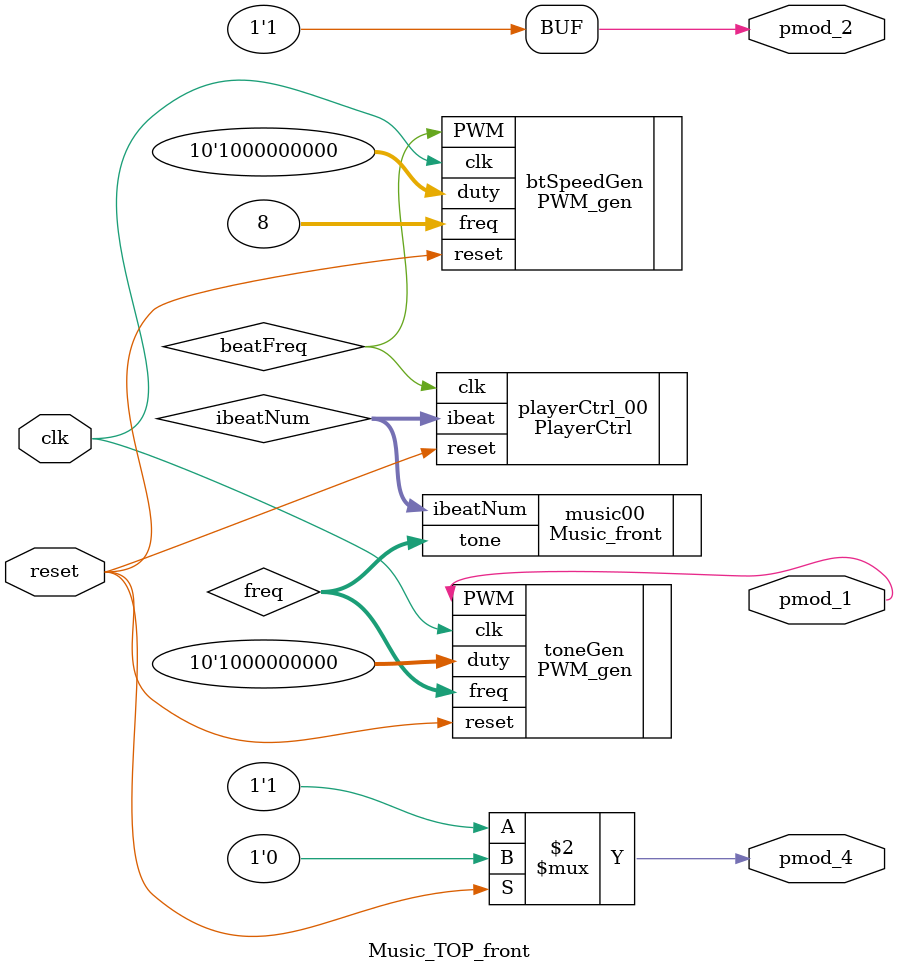
<source format=v>

module Music_TOP_front (
	input clk,
	input reset,
	output pmod_1,
	output pmod_2,
	output pmod_4
);
parameter BEAT_FREQ = 32'd8;	//one beat=0.125sec
parameter DUTY_BEST = 10'd512;	//duty cycle=50%

wire [31:0] freq;
wire [7:0] ibeatNum;
wire beatFreq;

assign pmod_2 = 1'd1;	//no gain(6dB)
assign pmod_4 = (reset == 1)? 1'd0 : 1'd1;	//turn-on

//Generate beat speed
PWM_gen btSpeedGen ( .clk(clk), 
					 .reset(reset),
					 .freq(BEAT_FREQ),
					 .duty(DUTY_BEST), 
					 .PWM(beatFreq)
);
	
//manipulate beat
PlayerCtrl playerCtrl_00 ( .clk(beatFreq),
						   .reset(reset),
						   .ibeat(ibeatNum)
);	
	
	
//Generate variant freq. of tones
Music_front music00 ( .ibeatNum(ibeatNum),
					  .tone(freq)
);



// Generate particular freq. signal
PWM_gen toneGen ( .clk(clk), 
				  .reset(reset), 
				  .freq(freq),
				  .duty(DUTY_BEST), 
				  .PWM(pmod_1)
);

endmodule
</source>
